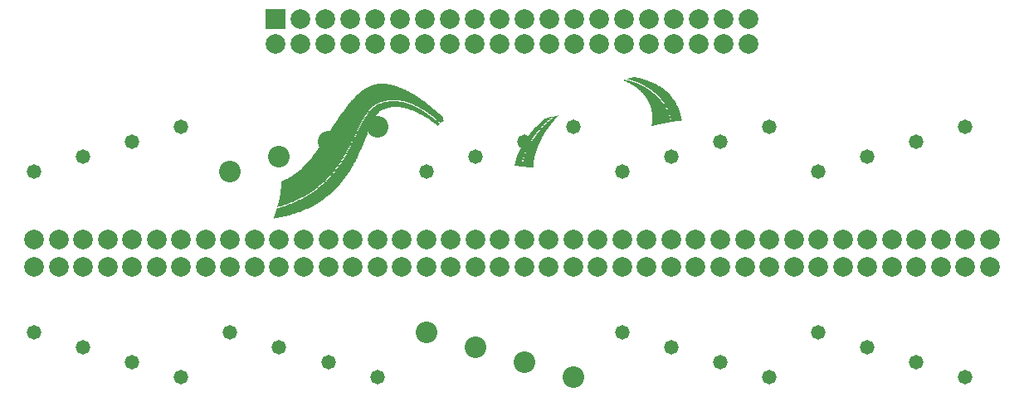
<source format=gbs>
G04 Layer_Color=16711935*
%FSLAX25Y25*%
%MOIN*%
G70*
G01*
G75*
%ADD15C,0.07887*%
%ADD16R,0.07887X0.07887*%
%ADD17C,0.08674*%
%ADD18C,0.05800*%
G36*
X448300Y360608D02*
X448870Y360493D01*
X449488Y360359D01*
X449813Y360283D01*
X450149Y360203D01*
X450494Y360116D01*
X450848Y360020D01*
X451212Y359921D01*
X451583Y359814D01*
X451960Y359700D01*
X452346Y359578D01*
X452736Y359448D01*
X453133Y359311D01*
X453534Y359164D01*
X453940Y359010D01*
X454350Y358845D01*
X454764Y358672D01*
X455178Y358487D01*
X455597Y358294D01*
X456015Y358090D01*
X456436Y357878D01*
X456856Y357652D01*
X457277Y357416D01*
X457696Y357169D01*
X458114Y356909D01*
X458528Y356638D01*
X458942Y356351D01*
X459148Y356206D01*
X459352Y356057D01*
X459556Y355903D01*
X459758Y355747D01*
X459812Y355705D01*
X459988Y355564D01*
X460001Y355551D01*
X460163Y355421D01*
X460218Y355376D01*
X460354Y355259D01*
X460395Y355226D01*
X460567Y355079D01*
X460610Y355040D01*
X460744Y354918D01*
X460792Y354877D01*
X461139Y354556D01*
X461482Y354224D01*
X461818Y353879D01*
X461985Y353704D01*
X462149Y353524D01*
X462312Y353342D01*
X462473Y353155D01*
X462633Y352966D01*
X462789Y352776D01*
X462945Y352580D01*
X463099Y352381D01*
X463251Y352179D01*
X463403Y351976D01*
X463550Y351767D01*
X463696Y351557D01*
X463841Y351342D01*
X463982Y351123D01*
X464123Y350902D01*
X464259Y350679D01*
X464394Y350451D01*
X464526Y350219D01*
X464658Y349985D01*
X464784Y349746D01*
X464910Y349504D01*
X465034Y349258D01*
X465153Y349009D01*
X465270Y348756D01*
X465385Y348500D01*
X465498Y348239D01*
X465576Y348046D01*
X465712Y347706D01*
X465842Y347359D01*
X465968Y347008D01*
X466090Y346648D01*
X466218Y346247D01*
X466337Y345837D01*
X466452Y345420D01*
X466560Y344995D01*
X466660Y344564D01*
X466753Y344124D01*
X466755Y344113D01*
X470919D01*
Y344109D01*
X466755D01*
X466840Y343675D01*
X466920Y343217D01*
X466404Y343159D01*
X465879Y343098D01*
X465350Y343031D01*
X464815Y342959D01*
X464275Y342883D01*
X463728Y342803D01*
X463175Y342721D01*
X462817Y342664D01*
X462774Y342920D01*
X462729Y343174D01*
X462679Y343425D01*
X462624Y343675D01*
X462570Y343922D01*
X462527Y344109D01*
X462095D01*
X462106Y344070D01*
X462163Y343829D01*
X462217Y343586D01*
X462269Y343343D01*
X462317Y343096D01*
X462364Y342846D01*
X462405Y342597D01*
X461640Y342467D01*
X460679Y342294D01*
X459703Y342105D01*
X458715Y341903D01*
X458216Y341797D01*
X457713Y341686D01*
X457208Y341571D01*
X456700Y341452D01*
X456188Y341329D01*
X455675Y341201D01*
X455159Y341071D01*
X454638Y340934D01*
X454690Y341220D01*
X454738Y341502D01*
X454779Y341784D01*
X454818Y342061D01*
X454853Y342335D01*
X454883Y342608D01*
X454907Y342877D01*
X454929Y343144D01*
X454946Y343408D01*
X454961Y343671D01*
X454970Y343929D01*
X454974Y344109D01*
X416099D01*
X416044Y344050D01*
X415760Y343733D01*
X415481Y343412D01*
X415203Y343089D01*
X414932Y342762D01*
X414663Y342432D01*
X414401Y342098D01*
X414141Y341764D01*
X413885Y341426D01*
X413633Y341086D01*
X413386Y340743D01*
X413143Y340398D01*
X412905Y340051D01*
X412670Y339704D01*
X412443Y339355D01*
X412217Y339004D01*
X411996Y338651D01*
X411779Y338297D01*
X411569Y337944D01*
X411361Y337590D01*
X411159Y337235D01*
X410962Y336877D01*
X410769Y336521D01*
X410580Y336165D01*
X410396Y335810D01*
X410218Y335452D01*
X410042Y335097D01*
X409873Y334741D01*
X409710Y334387D01*
X409550Y334034D01*
X409396Y333681D01*
X409246Y333329D01*
X409103Y332978D01*
X408962Y332631D01*
X408828Y332282D01*
X408700Y331937D01*
X408576Y331594D01*
X408457Y331252D01*
X408344Y330914D01*
X408236Y330577D01*
X408132Y330241D01*
X408034Y329912D01*
X407943Y329582D01*
X407856Y329257D01*
X407774Y328934D01*
X407698Y328615D01*
X407629Y328301D01*
X407564Y327988D01*
X407505Y327680D01*
X407451Y327377D01*
X407403Y327076D01*
X407360Y326781D01*
X407325Y326490D01*
X407293Y326204D01*
X407269Y325922D01*
X407249Y325644D01*
X407236Y325373D01*
X407228Y325107D01*
Y324846D01*
X407232Y324590D01*
X407243Y324341D01*
X406503Y324369D01*
X405768Y324408D01*
X405187Y324447D01*
X404608Y324493D01*
X404038Y324547D01*
X403474Y324606D01*
X403463Y324608D01*
X403413Y324619D01*
X403116Y324653D01*
X402704Y324705D01*
X402912D01*
X402923Y325039D01*
X402943Y325373D01*
X402973Y325711D01*
X403010Y326050D01*
X403058Y326390D01*
X403114Y326733D01*
X403179Y327078D01*
X403253Y327425D01*
X403335Y327771D01*
X403424Y328118D01*
X403524Y328468D01*
X403628Y328819D01*
X403743Y329170D01*
X403862Y329521D01*
X403990Y329873D01*
X404127Y330224D01*
X404268Y330577D01*
X404417Y330929D01*
X404571Y331282D01*
X404734Y331633D01*
X404901Y331985D01*
X405074Y332336D01*
X405254Y332685D01*
X405439Y333036D01*
X405629Y333383D01*
X405827Y333730D01*
X406026Y334075D01*
X406232Y334420D01*
X406445Y334763D01*
X406659Y335103D01*
X406878Y335443D01*
X407104Y335780D01*
X407332Y336114D01*
X407564Y336445D01*
X407798Y336775D01*
X408039Y337102D01*
X408279Y337428D01*
X408524Y337749D01*
X408774Y338067D01*
X409025Y338382D01*
X409279Y338694D01*
X409535Y339002D01*
X409793Y339308D01*
X410051Y339607D01*
X410313Y339904D01*
X410578Y340197D01*
X410842Y340485D01*
X411107Y340769D01*
X411376Y341049D01*
X411643Y341324D01*
X411911Y341595D01*
X412180Y341860D01*
X412451Y342120D01*
X412720Y342376D01*
X412989Y342625D01*
X413258Y342868D01*
X413527Y343107D01*
X413796Y343341D01*
X414062Y343566D01*
X414329Y343788D01*
X414596Y344002D01*
X414730Y344109D01*
X414062D01*
X414034Y344085D01*
X413774Y343868D01*
X413514Y343647D01*
X413251Y343421D01*
X412989Y343189D01*
X412727Y342951D01*
X412464Y342708D01*
X412202Y342460D01*
X411939Y342209D01*
X411679Y341953D01*
X411417Y341691D01*
X411157Y341424D01*
X410896Y341155D01*
X410639Y340880D01*
X410380Y340600D01*
X410122Y340318D01*
X409869Y340032D01*
X409615Y339741D01*
X409364Y339448D01*
X409114Y339149D01*
X408865Y338850D01*
X408620Y338544D01*
X408377Y338239D01*
X408136Y337929D01*
X407900Y337616D01*
X407663Y337300D01*
X407431Y336981D01*
X407204Y336660D01*
X406978Y336337D01*
X406757Y336012D01*
X406531Y335671D01*
X406308Y335329D01*
X406091Y334986D01*
X405879Y334639D01*
X405668Y334292D01*
X405467Y333943D01*
X405267Y333592D01*
X405074Y333240D01*
X404886Y332887D01*
X404704Y332531D01*
X404528Y332176D01*
X404357Y331820D01*
X404194Y331464D01*
X404036Y331107D01*
X403884Y330749D01*
X403738Y330391D01*
X403602Y330033D01*
X403472Y329673D01*
X403348Y329315D01*
X403233Y328958D01*
X403125Y328602D01*
X403025Y328244D01*
X402932Y327889D01*
X402847Y327533D01*
X402774Y327180D01*
X402706Y326826D01*
X402648Y326475D01*
X402598Y326123D01*
X402559Y325774D01*
X402529Y325428D01*
X402507Y325080D01*
X402496Y324738D01*
X402127Y324790D01*
X401761Y324844D01*
X401401Y324903D01*
X401048Y324963D01*
X400701Y325026D01*
X400360Y325091D01*
X400026Y325159D01*
X399699Y325230D01*
X399760Y325612D01*
X399827Y325993D01*
X399903Y326371D01*
X399985Y326748D01*
X400074Y327123D01*
X400169Y327496D01*
X400271Y327867D01*
X400382Y328236D01*
X400497Y328602D01*
X400618Y328966D01*
X400746Y329328D01*
X400878Y329688D01*
X401017Y330046D01*
X401162Y330402D01*
X401312Y330753D01*
X401468Y331104D01*
X401629Y331451D01*
X401793Y331796D01*
X401963Y332139D01*
X402136Y332479D01*
X402314Y332815D01*
X402498Y333149D01*
X402685Y333481D01*
X402876Y333808D01*
X403068Y334134D01*
X403266Y334457D01*
X403468Y334776D01*
X403671Y335092D01*
X403879Y335407D01*
X404090Y335717D01*
X404302Y336022D01*
X404519Y336326D01*
X404736Y336627D01*
X404957Y336925D01*
X405181Y337217D01*
X405404Y337508D01*
X405629Y337794D01*
X405857Y338076D01*
X406087Y338356D01*
X406317Y338631D01*
X406549Y338904D01*
X406781Y339171D01*
X407249Y339698D01*
X407718Y340208D01*
X408188Y340700D01*
X408657Y341177D01*
X409123Y341636D01*
X409587Y342081D01*
X410044Y342506D01*
X410498Y342914D01*
X410944Y343304D01*
X411380Y343675D01*
X411807Y344026D01*
X412189Y344109D01*
X370965D01*
X370974Y344061D01*
X371008Y343859D01*
X371071Y343551D01*
X371138Y343246D01*
X370828Y343018D01*
X370507Y342771D01*
X370312Y342614D01*
X370226Y342541D01*
X370115Y342450D01*
X370002Y342354D01*
X369915Y342281D01*
X369881Y342250D01*
X369865Y342265D01*
X369378Y342714D01*
X368862Y343176D01*
X368319Y343649D01*
X367777Y344109D01*
X367129D01*
X367472Y343829D01*
X368033Y343354D01*
X368571Y342885D01*
X369083Y342428D01*
X369568Y341983D01*
X369384Y341814D01*
X369200Y341641D01*
X369013Y341461D01*
X368825Y341274D01*
X368734Y341181D01*
X368252Y341556D01*
X367745Y341944D01*
X367209Y342346D01*
X366648Y342753D01*
X366064Y343167D01*
X365455Y343586D01*
X364826Y344004D01*
X364503Y344213D01*
X364176Y344421D01*
X363844Y344627D01*
X363506Y344833D01*
X363165Y345037D01*
X362820Y345238D01*
X362469Y345438D01*
X362116Y345633D01*
X361758Y345826D01*
X361398Y346017D01*
X361031Y346203D01*
X360665Y346385D01*
X360292Y346561D01*
X359919Y346734D01*
X359542Y346904D01*
X359162Y347066D01*
X358778Y347222D01*
X358395Y347372D01*
X358006Y347517D01*
X357618Y347656D01*
X357228Y347786D01*
X356835Y347910D01*
X356441Y348025D01*
X356044Y348133D01*
X355647Y348233D01*
X355250Y348324D01*
X354851Y348406D01*
X354452Y348480D01*
X354051Y348543D01*
X353650Y348597D01*
X353249Y348640D01*
X352848Y348671D01*
X352447Y348693D01*
X352045Y348703D01*
X351644D01*
X351245Y348690D01*
X350846Y348664D01*
X350647Y348647D01*
X350447Y348627D01*
X350248Y348604D01*
X350048Y348578D01*
X349851Y348547D01*
X349651Y348515D01*
X349454Y348478D01*
X349257Y348437D01*
X349059Y348395D01*
X348864Y348346D01*
X348667Y348296D01*
X348472Y348241D01*
X348277Y348183D01*
X348081Y348122D01*
X347886Y348057D01*
X347693Y347988D01*
X347498Y347914D01*
X347307Y347838D01*
X347114Y347758D01*
X346921Y347673D01*
X346730Y347585D01*
X346540Y347493D01*
X346351Y347396D01*
X346162Y347296D01*
X345974Y347192D01*
X345785Y347084D01*
X345616Y346977D01*
X345449Y346860D01*
X345284Y346732D01*
X345122Y346593D01*
X344961Y346446D01*
X344803Y346288D01*
X344649Y346121D01*
X344495Y345943D01*
X344343Y345757D01*
X344193Y345561D01*
X344044Y345355D01*
X343896Y345141D01*
X343751Y344917D01*
X343606Y344688D01*
X343463Y344447D01*
X343320Y344200D01*
X343179Y343944D01*
X343038Y343679D01*
X342897Y343406D01*
X342758Y343126D01*
X342617Y342840D01*
X342478Y342545D01*
X342198Y341936D01*
X341919Y341298D01*
X341639Y340637D01*
X341355Y339949D01*
X341067Y339238D01*
X340475Y337755D01*
X339854Y336192D01*
X339533Y335385D01*
X339199Y334565D01*
X338857Y333728D01*
X338501Y332880D01*
X338133Y332022D01*
X337751Y331152D01*
X337354Y330274D01*
X336942Y329389D01*
X336730Y328942D01*
X336511Y328498D01*
X336290Y328049D01*
X336064Y327602D01*
X335832Y327151D01*
X335596Y326702D01*
X335355Y326252D01*
X335110Y325800D01*
X334858Y325349D01*
X334600Y324898D01*
X334338Y324447D01*
X334071Y323998D01*
X333798Y323547D01*
X333518Y323099D01*
X333232Y322650D01*
X332942Y322203D01*
X332642Y321756D01*
X332339Y321312D01*
X332026Y320867D01*
X331710Y320425D01*
X331384Y319985D01*
X331053Y319547D01*
X330715Y319111D01*
X330370Y318677D01*
X330016Y318246D01*
X329656Y317818D01*
X329290Y317391D01*
X328912Y316968D01*
X328531Y316550D01*
X328138Y316134D01*
X327739Y315719D01*
X327332Y315312D01*
X326918Y314906D01*
X326493Y314505D01*
X326059Y314106D01*
X325619Y313714D01*
X325168Y313326D01*
X324710Y312942D01*
X324242Y312562D01*
X323762Y312187D01*
X323277Y311818D01*
X322780Y311454D01*
X322275Y311096D01*
X321759Y310743D01*
X321234Y310396D01*
X320698Y310055D01*
X320154Y309721D01*
X319599Y309392D01*
X319033Y309071D01*
X318456Y308754D01*
X317869Y308447D01*
X317272Y308143D01*
X316663Y307848D01*
X316043Y307562D01*
X315414Y307282D01*
X314772Y307009D01*
X314120Y306744D01*
X313454Y306488D01*
X312777Y306239D01*
X312090Y305998D01*
X311389Y305766D01*
X310678Y305543D01*
X309956Y305328D01*
X309219Y305122D01*
X308471Y304927D01*
X307710Y304738D01*
X306936Y304561D01*
X306151Y304392D01*
X305350Y304233D01*
X304539Y304086D01*
X303713Y303947D01*
X302876Y303819D01*
X303058Y304340D01*
X303236Y304856D01*
X303410Y305369D01*
X303577Y305877D01*
X303737Y306382D01*
X303893Y306883D01*
X304045Y307380D01*
X304190Y307872D01*
X304314Y307904D01*
X305055Y308119D01*
X305782Y308338D01*
X306500Y308566D01*
X307204Y308800D01*
X307896Y309041D01*
X308577Y309288D01*
X309247Y309542D01*
X309904Y309802D01*
X310550Y310068D01*
X311188Y310342D01*
X311812Y310621D01*
X312426Y310906D01*
X313029Y311196D01*
X313621Y311491D01*
X314204Y311794D01*
X314774Y312100D01*
X315336Y312413D01*
X315889Y312731D01*
X316429Y313054D01*
X316962Y313382D01*
X317483Y313714D01*
X317997Y314050D01*
X318500Y314392D01*
X318994Y314737D01*
X319478Y315086D01*
X319955Y315442D01*
X320421Y315800D01*
X320879Y316162D01*
X321329Y316526D01*
X321770Y316897D01*
X322203Y317268D01*
X322626Y317645D01*
X323043Y318024D01*
X323452Y318406D01*
X323854Y318792D01*
X324246Y319180D01*
X324632Y319571D01*
X325009Y319965D01*
X325380Y320360D01*
X325742Y320759D01*
X326100Y321158D01*
X326449Y321561D01*
X326792Y321967D01*
X327128Y322372D01*
X327457Y322780D01*
X327781Y323190D01*
X328097Y323600D01*
X328410Y324014D01*
X328713Y324426D01*
X329012Y324840D01*
X329305Y325256D01*
X329593Y325673D01*
X329875Y326089D01*
X330153Y326507D01*
X330424Y326924D01*
X330691Y327342D01*
X330953Y327761D01*
X331209Y328179D01*
X331463Y328596D01*
X331710Y329014D01*
X331953Y329433D01*
X332191Y329849D01*
X332428Y330265D01*
X332657Y330682D01*
X333108Y331510D01*
X333544Y332334D01*
X333967Y333151D01*
X334377Y333965D01*
X334776Y334769D01*
X335164Y335565D01*
X335917Y337126D01*
X336641Y338642D01*
X336994Y339379D01*
X337346Y340101D01*
X337692Y340808D01*
X338037Y341498D01*
X338382Y342170D01*
X338729Y342825D01*
X339076Y343458D01*
X339249Y343766D01*
X339423Y344070D01*
X339598Y344367D01*
X339776Y344659D01*
X339954Y344946D01*
X340132Y345227D01*
X340312Y345501D01*
X340494Y345770D01*
X340678Y346032D01*
X340863Y346288D01*
X341049Y346537D01*
X341238Y346780D01*
X341429Y347016D01*
X341622Y347246D01*
X341817Y347467D01*
X342014Y347684D01*
X342216Y347892D01*
X342418Y348094D01*
X342623Y348287D01*
X342834Y348474D01*
X343044Y348651D01*
X343261Y348823D01*
X343478Y348985D01*
X343701Y349139D01*
X343927Y349287D01*
X344157Y349426D01*
X344389Y349556D01*
X344625Y349677D01*
X344868Y349790D01*
X345113Y349896D01*
X345486Y350041D01*
X345859Y350176D01*
X346232Y350302D01*
X346603Y350416D01*
X346976Y350520D01*
X347346Y350614D01*
X347717Y350698D01*
X348088Y350774D01*
X348457Y350839D01*
X348827Y350898D01*
X349194Y350946D01*
X349563Y350982D01*
X349929Y351013D01*
X350293Y351032D01*
X350660Y351045D01*
X351022D01*
Y351050D01*
X351289D01*
X351553Y351039D01*
X351816Y351028D01*
X352080Y351013D01*
X352342Y350993D01*
X352605Y350972D01*
X352865Y350943D01*
X353127Y350913D01*
X353388Y350878D01*
X353646Y350841D01*
X353904Y350798D01*
X354162Y350753D01*
X354420Y350705D01*
X354676Y350653D01*
X354929Y350594D01*
X355185Y350536D01*
X355439Y350473D01*
X355691Y350408D01*
X355942Y350338D01*
X356193Y350267D01*
X356443Y350191D01*
X356692Y350113D01*
X357187Y349948D01*
X357677Y349772D01*
X358162Y349586D01*
X358646Y349389D01*
X359123Y349183D01*
X359520Y349003D01*
X359915Y348816D01*
X360305Y348625D01*
X360691Y348428D01*
X361072Y348224D01*
X361452Y348018D01*
X361827Y347806D01*
X362196Y347589D01*
X362562Y347370D01*
X362924Y347147D01*
X363282Y346921D01*
X363636Y346691D01*
X363983Y346459D01*
X364325Y346225D01*
X364663Y345988D01*
X364997Y345750D01*
X365325Y345512D01*
X365648Y345271D01*
X365967Y345030D01*
X366279Y344789D01*
X366585Y344549D01*
X366886Y344308D01*
X367125Y344113D01*
X367771D01*
X367753Y344128D01*
X367161Y344612D01*
X366858Y344854D01*
X366548Y345099D01*
X366231Y345342D01*
X365910Y345587D01*
X365585Y345830D01*
X365253Y346071D01*
X364915Y346312D01*
X364572Y346552D01*
X364225Y346789D01*
X363872Y347023D01*
X363516Y347255D01*
X363154Y347485D01*
X362786Y347712D01*
X362415Y347936D01*
X362040Y348155D01*
X361660Y348370D01*
X361274Y348580D01*
X360886Y348786D01*
X360493Y348985D01*
X360097Y349181D01*
X359696Y349369D01*
X359292Y349553D01*
X358806Y349764D01*
X358316Y349963D01*
X357822Y350152D01*
X357321Y350332D01*
X356818Y350499D01*
X356564Y350579D01*
X356309Y350657D01*
X356053Y350729D01*
X355795Y350800D01*
X355537Y350868D01*
X355278Y350933D01*
X355018Y350993D01*
X354758Y351050D01*
X354496Y351102D01*
X354233Y351152D01*
X353969Y351199D01*
X353704Y351240D01*
X353440Y351279D01*
X353173Y351316D01*
X352906Y351347D01*
X352640Y351375D01*
X352371Y351399D01*
X352102Y351416D01*
X351831Y351431D01*
X351562Y351444D01*
X351289Y351455D01*
X350644D01*
X350272Y351442D01*
X349896Y351420D01*
X349519Y351392D01*
X349144Y351353D01*
X348767Y351303D01*
X348387Y351245D01*
X348008Y351178D01*
X347628Y351102D01*
X347249Y351015D01*
X346867Y350917D01*
X346485Y350811D01*
X346104Y350694D01*
X345720Y350566D01*
X345338Y350427D01*
X344955Y350278D01*
X344696Y350167D01*
X344443Y350048D01*
X344193Y349920D01*
X343948Y349783D01*
X343708Y349638D01*
X343469Y349484D01*
X343237Y349321D01*
X343009Y349152D01*
X342784Y348974D01*
X342565Y348788D01*
X342346Y348595D01*
X342133Y348395D01*
X341923Y348187D01*
X341715Y347973D01*
X341511Y347749D01*
X341309Y347522D01*
X341110Y347285D01*
X340915Y347042D01*
X340720Y346793D01*
X340529Y346537D01*
X340340Y346275D01*
X340152Y346006D01*
X339967Y345733D01*
X339783Y345453D01*
X339601Y345167D01*
X339421Y344874D01*
X339241Y344577D01*
X339063Y344275D01*
X338887Y343968D01*
X338709Y343655D01*
X338360Y343016D01*
X338013Y342359D01*
X337664Y341682D01*
X337317Y340988D01*
X336968Y340279D01*
X336617Y339555D01*
X336263Y338815D01*
X335539Y337300D01*
X334789Y335740D01*
X334401Y334947D01*
X334004Y334145D01*
X333594Y333336D01*
X333173Y332520D01*
X332740Y331701D01*
X332293Y330877D01*
X331831Y330053D01*
X331595Y329639D01*
X331352Y329224D01*
X331107Y328810D01*
X330858Y328396D01*
X330604Y327982D01*
X330346Y327568D01*
X330081Y327153D01*
X329812Y326742D01*
X329539Y326327D01*
X329262Y325915D01*
X328975Y325503D01*
X328687Y325091D01*
X328392Y324681D01*
X328091Y324274D01*
X327785Y323866D01*
X327470Y323459D01*
X327152Y323055D01*
X326827Y322652D01*
X326495Y322249D01*
X326159Y321850D01*
X325814Y321453D01*
X325463Y321056D01*
X325103Y320661D01*
X324738Y320271D01*
X324365Y319883D01*
X323986Y319497D01*
X323598Y319113D01*
X323203Y318731D01*
X322800Y318354D01*
X322390Y317979D01*
X321971Y317608D01*
X321544Y317239D01*
X321111Y316873D01*
X320668Y316513D01*
X320215Y316155D01*
X319755Y315802D01*
X319287Y315451D01*
X318808Y315106D01*
X318322Y314763D01*
X317825Y314427D01*
X317320Y314093D01*
X316804Y313763D01*
X316281Y313440D01*
X315746Y313122D01*
X315201Y312807D01*
X314649Y312497D01*
X314085Y312194D01*
X313510Y311896D01*
X312927Y311602D01*
X312331Y311315D01*
X311726Y311031D01*
X311110Y310756D01*
X310481Y310485D01*
X309843Y310220D01*
X309195Y309962D01*
X308534Y309711D01*
X307861Y309466D01*
X307178Y309225D01*
X306482Y308993D01*
X305775Y308767D01*
X305055Y308548D01*
X304325Y308338D01*
X304444Y308767D01*
X304561Y309192D01*
X304652Y309537D01*
X304667Y309602D01*
X304739Y309884D01*
X304763Y309975D01*
X304823Y310218D01*
X304852Y310335D01*
X304906Y310561D01*
X304934Y310682D01*
X304984Y310895D01*
X305014Y311023D01*
X305058Y311222D01*
X305088Y311359D01*
X305134Y311560D01*
X305159Y311686D01*
X305201Y311881D01*
X305229Y312020D01*
X305266Y312204D01*
X305292Y312339D01*
X305329Y312527D01*
X305355Y312658D01*
X305389Y312853D01*
X305411Y312974D01*
X305448Y313184D01*
X305465Y313284D01*
X305517Y313592D01*
X305569Y313931D01*
X305576Y313974D01*
X305624Y314290D01*
X305630Y314342D01*
X305674Y314659D01*
X305682Y314735D01*
X305695Y314835D01*
X305708Y314939D01*
X305717Y315015D01*
X305732Y315143D01*
X305756Y315357D01*
Y315372D01*
X305767Y315476D01*
X305775Y315559D01*
X305784Y315656D01*
X305791Y315728D01*
X305801Y315843D01*
X305806Y315904D01*
X305814Y316017D01*
X305819Y316075D01*
X305827Y316192D01*
X305832Y316242D01*
X305840Y316368D01*
Y316394D01*
X305858Y316702D01*
X305869Y317005D01*
Y317018D01*
X305873Y317159D01*
Y317177D01*
X305875Y317313D01*
Y317337D01*
Y317469D01*
Y317491D01*
Y317628D01*
Y317641D01*
X305873Y317864D01*
X305864Y318083D01*
X305856Y318300D01*
X305843Y318512D01*
X305832Y318653D01*
X305830D01*
X305819Y318790D01*
Y318792D01*
X306218Y318937D01*
X306612Y319091D01*
X307005Y319254D01*
X307393Y319425D01*
X307777Y319605D01*
X308158Y319794D01*
X308536Y319989D01*
X308909Y320193D01*
X309280Y320405D01*
X309646Y320624D01*
X310010Y320850D01*
X310370Y321084D01*
X310726Y321327D01*
X311079Y321574D01*
X311431Y321830D01*
X311778Y322090D01*
X312122Y322359D01*
X312463Y322635D01*
X312801Y322916D01*
X313137Y323203D01*
X313471Y323495D01*
X313801Y323795D01*
X314128Y324098D01*
X314451Y324408D01*
X314774Y324725D01*
X315093Y325046D01*
X315410Y325371D01*
X315724Y325703D01*
X316036Y326037D01*
X316347Y326377D01*
X316654Y326722D01*
X316960Y327071D01*
X317264Y327422D01*
X317563Y327780D01*
X317862Y328140D01*
X318159Y328507D01*
X318454Y328873D01*
X318747Y329246D01*
X319040Y329619D01*
X319328Y329998D01*
X319903Y330762D01*
X320471Y331538D01*
X321030Y332323D01*
X321588Y333115D01*
X322138Y333915D01*
X322683Y334721D01*
X323225Y335532D01*
X323762Y336346D01*
X324296Y337161D01*
X324827Y337978D01*
X325881Y339611D01*
X326931Y341235D01*
X327453Y342040D01*
X327976Y342838D01*
X328496Y343629D01*
X329019Y344412D01*
X329543Y345186D01*
X330068Y345947D01*
X330595Y346698D01*
X331124Y347435D01*
X331656Y348157D01*
X331922Y348513D01*
X332189Y348864D01*
X332458Y349211D01*
X332727Y349553D01*
X332998Y349892D01*
X333269Y350226D01*
X333542Y350553D01*
X333815Y350878D01*
X334091Y351197D01*
X334368Y351509D01*
X334646Y351817D01*
X334923Y352119D01*
X335205Y352416D01*
X335487Y352706D01*
X335769Y352993D01*
X336055Y353270D01*
X336342Y353543D01*
X336630Y353808D01*
X336920Y354068D01*
X337211Y354320D01*
X337506Y354565D01*
X337801Y354803D01*
X338098Y355035D01*
X338397Y355259D01*
X338701Y355475D01*
X339004Y355684D01*
X339310Y355883D01*
X339618Y356076D01*
X339928Y356263D01*
X340240Y356438D01*
X340557Y356605D01*
X340874Y356766D01*
X341195Y356915D01*
X341518Y357058D01*
X341843Y357191D01*
X342170Y357314D01*
X342502Y357429D01*
X342836Y357533D01*
X343172Y357629D01*
X343510Y357715D01*
X343853Y357791D01*
X344198Y357856D01*
X344471Y357900D01*
X344744Y357939D01*
X345020Y357971D01*
X345295Y357997D01*
X345570Y358017D01*
X345848Y358032D01*
X346128Y358041D01*
X346407Y358045D01*
Y358030D01*
X346557D01*
X346969Y358021D01*
X347385Y358002D01*
X347802Y357969D01*
X348218Y357928D01*
X348639Y357876D01*
X349059Y357811D01*
X349480Y357737D01*
X349903Y357655D01*
X350328Y357561D01*
X350751Y357459D01*
X351176Y357347D01*
X351601Y357225D01*
X352028Y357095D01*
X352453Y356959D01*
X352880Y356811D01*
X353305Y356657D01*
X353730Y356495D01*
X354155Y356323D01*
X354580Y356148D01*
X355005Y355963D01*
X355428Y355770D01*
X355851Y355573D01*
X356272Y355369D01*
X356690Y355159D01*
X357111Y354944D01*
X357527Y354721D01*
X357941Y354495D01*
X358355Y354263D01*
X358768Y354025D01*
X359177Y353784D01*
X359585Y353539D01*
X359991Y353288D01*
X360394Y353034D01*
X360793Y352776D01*
X361190Y352516D01*
X361584Y352251D01*
X361977Y351984D01*
X362365Y351713D01*
X362751Y351442D01*
X363133Y351167D01*
X363510Y350889D01*
X363885Y350612D01*
X364254Y350332D01*
X364620Y350052D01*
X364982Y349770D01*
X365342Y349486D01*
X366045Y348920D01*
X366728Y348354D01*
X367391Y347788D01*
X368035Y347229D01*
X368655Y346674D01*
X369254Y346125D01*
X369827Y345587D01*
X370375Y345063D01*
X370898Y344551D01*
X370921Y344382D01*
X370924Y344369D01*
X370948Y344204D01*
X370965Y344113D01*
X412208D01*
X412972Y344278D01*
X414206Y344557D01*
X414808Y344696D01*
X414550Y344499D01*
X414292Y344295D01*
X414069Y344113D01*
X414735D01*
X414858Y344210D01*
X415121Y344412D01*
X415381Y344607D01*
X415730Y344865D01*
X415832Y344943D01*
X415834D01*
X416222Y345039D01*
X417220Y345290D01*
Y345282D01*
X416920Y344980D01*
X416623Y344674D01*
X416333Y344364D01*
X416103Y344113D01*
X454974D01*
X454976Y344187D01*
Y344440D01*
Y344692D01*
X454970Y344939D01*
X454961Y345186D01*
X454946Y345429D01*
X454931Y345672D01*
X454909Y345911D01*
X454885Y346147D01*
X454859Y346379D01*
X454829Y346611D01*
X454794Y346839D01*
X454757Y347066D01*
X454716Y347290D01*
X454673Y347511D01*
X454627Y347730D01*
X454577Y347947D01*
X454525Y348159D01*
X454469Y348372D01*
X454410Y348580D01*
X454350Y348788D01*
X454285Y348992D01*
X454217Y349194D01*
X454148Y349395D01*
X454076Y349592D01*
X454001Y349788D01*
X453925Y349981D01*
X453844Y350171D01*
X453762Y350360D01*
X453591Y350729D01*
X453409Y351091D01*
X453220Y351442D01*
X453023Y351785D01*
X452817Y352121D01*
X452604Y352446D01*
X452385Y352765D01*
X452157Y353073D01*
X451925Y353374D01*
X451689Y353667D01*
X451446Y353951D01*
X451197Y354229D01*
X450945Y354497D01*
X450689Y354758D01*
X450429Y355009D01*
X450165Y355256D01*
X449900Y355493D01*
X449631Y355723D01*
X449362Y355946D01*
X449091Y356163D01*
X448818Y356371D01*
X448545Y356573D01*
X448272Y356766D01*
X447998Y356952D01*
X447727Y357134D01*
X447456Y357308D01*
X447187Y357475D01*
X446918Y357635D01*
X446654Y357789D01*
X446392Y357937D01*
X446134Y358080D01*
X445878Y358214D01*
X445626Y358344D01*
X445379Y358468D01*
X444900Y358696D01*
X444444Y358902D01*
X444017Y359086D01*
X443616Y359248D01*
X443252Y359392D01*
X444004Y359602D01*
X444273Y359559D01*
X444447Y359530D01*
X444449D01*
X444542Y359515D01*
X444830Y359465D01*
X445125Y359409D01*
X445424Y359348D01*
X445728Y359279D01*
X446036Y359205D01*
X446348Y359123D01*
X446667Y359036D01*
X446988Y358943D01*
X447311Y358841D01*
X447641Y358735D01*
X447970Y358622D01*
X448304Y358503D01*
X448640Y358377D01*
X448979Y358244D01*
X449319Y358106D01*
X449659Y357958D01*
X450002Y357806D01*
X450347Y357648D01*
X450692Y357481D01*
X451036Y357310D01*
X451381Y357130D01*
X451726Y356943D01*
X452071Y356750D01*
X452416Y356551D01*
X452758Y356345D01*
X453101Y356130D01*
X453439Y355909D01*
X453779Y355681D01*
X454115Y355447D01*
X454449Y355206D01*
X454779Y354957D01*
X455109Y354701D01*
X455434Y354439D01*
X455755Y354170D01*
X456071Y353892D01*
X456386Y353608D01*
X456696Y353318D01*
X456999Y353019D01*
X457299Y352713D01*
X457594Y352398D01*
X457884Y352078D01*
X458166Y351750D01*
X458444Y351414D01*
X458717Y351071D01*
X458982Y350722D01*
X459239Y350364D01*
X459489Y349998D01*
X459734Y349625D01*
X459970Y349246D01*
X460198Y348857D01*
X460417Y348461D01*
X460630Y348057D01*
X460831Y347645D01*
X461024Y347227D01*
X461208Y346799D01*
X461384Y346364D01*
X461549Y345921D01*
X461705Y345470D01*
X461848Y345011D01*
X461917Y344778D01*
X461983Y344544D01*
X462045Y344308D01*
X462095Y344113D01*
X462525D01*
X462512Y344169D01*
X462449Y344412D01*
X462386Y344653D01*
X462319Y344894D01*
X462247Y345130D01*
X462176Y345366D01*
X462100Y345600D01*
X462022Y345830D01*
X461941Y346060D01*
X461772Y346513D01*
X461594Y346958D01*
X461406Y347394D01*
X461208Y347823D01*
X461000Y348244D01*
X460786Y348656D01*
X460560Y349061D01*
X460326Y349458D01*
X460085Y349846D01*
X459838Y350228D01*
X459580Y350601D01*
X459318Y350967D01*
X459047Y351325D01*
X458769Y351674D01*
X458487Y352017D01*
X458196Y352353D01*
X457902Y352680D01*
X457600Y352999D01*
X457294Y353311D01*
X456984Y353617D01*
X456670Y353914D01*
X456349Y354205D01*
X456026Y354487D01*
X455698Y354762D01*
X455367Y355029D01*
X455046Y355280D01*
X454720Y355525D01*
X454393Y355764D01*
X454061Y355994D01*
X453729Y356219D01*
X453398Y356436D01*
X453062Y356648D01*
X452726Y356852D01*
X452389Y357050D01*
X452051Y357243D01*
X451713Y357427D01*
X451375Y357607D01*
X451036Y357778D01*
X450698Y357943D01*
X450360Y358103D01*
X450022Y358258D01*
X449685Y358403D01*
X449352Y358544D01*
X449020Y358678D01*
X448688Y358806D01*
X448358Y358928D01*
X448031Y359045D01*
X447706Y359153D01*
X447385Y359257D01*
X447066Y359355D01*
X446749Y359446D01*
X446439Y359530D01*
X446129Y359611D01*
X445826Y359684D01*
X445526Y359752D01*
X445229Y359812D01*
X444939Y359869D01*
X446348Y360281D01*
X447782Y360708D01*
X448300Y360608D01*
D02*
G37*
D15*
X413543Y383858D02*
D03*
X493543Y373858D02*
D03*
Y383858D02*
D03*
X483543Y373858D02*
D03*
Y383858D02*
D03*
X473543Y373858D02*
D03*
Y383858D02*
D03*
X463543Y373858D02*
D03*
Y383858D02*
D03*
X453543Y373858D02*
D03*
Y383858D02*
D03*
X443543Y373858D02*
D03*
Y383858D02*
D03*
X433543Y373858D02*
D03*
Y383858D02*
D03*
X423543Y373858D02*
D03*
Y383858D02*
D03*
X413543Y373858D02*
D03*
X403543D02*
D03*
Y383858D02*
D03*
X393543Y373858D02*
D03*
Y383858D02*
D03*
X383543Y373858D02*
D03*
Y383858D02*
D03*
X373543Y373858D02*
D03*
Y383858D02*
D03*
X363543Y373858D02*
D03*
Y383858D02*
D03*
X353543Y373858D02*
D03*
Y383858D02*
D03*
X343543Y373858D02*
D03*
Y383858D02*
D03*
X333543Y373858D02*
D03*
Y383858D02*
D03*
X323543Y373858D02*
D03*
Y383858D02*
D03*
X313543Y373858D02*
D03*
Y383858D02*
D03*
X303543Y373858D02*
D03*
X265748Y295276D02*
D03*
X275590D02*
D03*
Y284252D02*
D03*
X265748D02*
D03*
X246063Y295276D02*
D03*
X255906D02*
D03*
Y284252D02*
D03*
X246063D02*
D03*
X226378Y295276D02*
D03*
X236221D02*
D03*
Y284252D02*
D03*
X226378D02*
D03*
X206693Y295276D02*
D03*
X216535D02*
D03*
Y284252D02*
D03*
X206693D02*
D03*
X344488Y295276D02*
D03*
X354331D02*
D03*
Y284252D02*
D03*
X344488D02*
D03*
X324803Y295276D02*
D03*
X334646D02*
D03*
Y284252D02*
D03*
X324803D02*
D03*
X305118Y295276D02*
D03*
X314961D02*
D03*
Y284252D02*
D03*
X305118D02*
D03*
X285433Y295276D02*
D03*
X295276D02*
D03*
Y284252D02*
D03*
X285433D02*
D03*
X423228Y295276D02*
D03*
X433071D02*
D03*
Y284252D02*
D03*
X423228D02*
D03*
X403543Y295276D02*
D03*
X413386D02*
D03*
Y284252D02*
D03*
X403543D02*
D03*
X383858Y295276D02*
D03*
X393701D02*
D03*
Y284252D02*
D03*
X383858D02*
D03*
X364173Y295276D02*
D03*
X374016D02*
D03*
Y284252D02*
D03*
X364173D02*
D03*
X501968Y295276D02*
D03*
X511811D02*
D03*
Y284252D02*
D03*
X501968D02*
D03*
X482283Y295276D02*
D03*
X492126D02*
D03*
Y284252D02*
D03*
X482283D02*
D03*
X462598Y295276D02*
D03*
X472441D02*
D03*
Y284252D02*
D03*
X462598D02*
D03*
X442913Y295276D02*
D03*
X452756D02*
D03*
Y284252D02*
D03*
X442913D02*
D03*
X580709Y295276D02*
D03*
X590551D02*
D03*
Y284252D02*
D03*
X580709D02*
D03*
X561024Y295276D02*
D03*
X570866D02*
D03*
Y284252D02*
D03*
X561024D02*
D03*
X541339Y295276D02*
D03*
X551181D02*
D03*
Y284252D02*
D03*
X541339D02*
D03*
X521654Y295276D02*
D03*
X531496D02*
D03*
Y284252D02*
D03*
X521654D02*
D03*
D16*
X303543Y383858D02*
D03*
D17*
X423228Y240158D02*
D03*
X403543Y246063D02*
D03*
X383858Y251969D02*
D03*
X364173Y257874D02*
D03*
X285433Y322835D02*
D03*
X305118Y328740D02*
D03*
X344488Y340551D02*
D03*
X324803Y334646D02*
D03*
D18*
X501968Y240158D02*
D03*
X561024Y246063D02*
D03*
X324803D02*
D03*
X482283D02*
D03*
X580709Y240158D02*
D03*
X344488D02*
D03*
X265748D02*
D03*
X246063Y246063D02*
D03*
X541339Y251969D02*
D03*
X462598D02*
D03*
X305118D02*
D03*
X226378D02*
D03*
X521654Y257874D02*
D03*
X442913D02*
D03*
X285433D02*
D03*
X206693D02*
D03*
X206693Y322835D02*
D03*
X364173D02*
D03*
X442913D02*
D03*
X521654D02*
D03*
X226378Y328740D02*
D03*
X383858D02*
D03*
X462598D02*
D03*
X541339D02*
D03*
X246063Y334646D02*
D03*
X265748Y340551D02*
D03*
X580709D02*
D03*
X482283Y334646D02*
D03*
X403543D02*
D03*
X561024D02*
D03*
X501968Y340551D02*
D03*
X423228D02*
D03*
M02*

</source>
